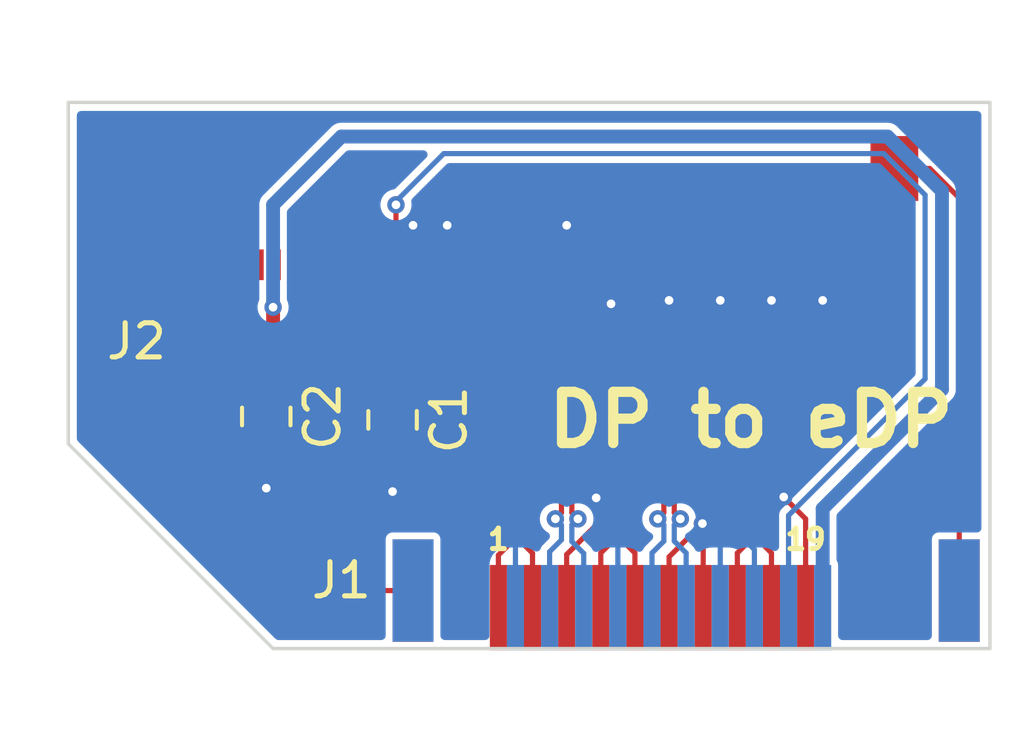
<source format=kicad_pcb>
(kicad_pcb (version 20171130) (host pcbnew "(5.1.6)-1")

  (general
    (thickness 1.6002)
    (drawings 6)
    (tracks 328)
    (zones 0)
    (modules 4)
    (nets 14)
  )

  (page A4)
  (layers
    (0 F.Cu signal)
    (31 B.Cu signal)
    (34 B.Paste user)
    (35 F.Paste user)
    (36 B.SilkS user)
    (37 F.SilkS user)
    (38 B.Mask user hide)
    (39 F.Mask user)
    (40 Dwgs.User user)
    (41 Cmts.User user)
    (44 Edge.Cuts user)
    (45 Margin user)
    (46 B.CrtYd user)
    (47 F.CrtYd user)
    (48 B.Fab user hide)
    (49 F.Fab user hide)
  )

  (setup
    (last_trace_width 0.1524)
    (user_trace_width 0.254)
    (user_trace_width 0.3048)
    (user_trace_width 0.4064)
    (user_trace_width 0.6096)
    (user_trace_width 0.8128)
    (user_trace_width 1.27)
    (user_trace_width 1.778)
    (trace_clearance 0.1524)
    (zone_clearance 0.2)
    (zone_45_only no)
    (trace_min 0.1524)
    (via_size 0.508)
    (via_drill 0.254)
    (via_min_size 0.508)
    (via_min_drill 0.254)
    (user_via 0.762 0.508)
    (user_via 0.889 0.635)
    (user_via 1.016 0.762)
    (user_via 1.143 0.889)
    (user_via 1.27 1.016)
    (user_via 1.524 1.143)
    (user_via 1.778 1.27)
    (user_via 2.032 1.397)
    (uvia_size 0.508)
    (uvia_drill 0.254)
    (uvias_allowed no)
    (uvia_min_size 0.2)
    (uvia_min_drill 0.1)
    (edge_width 0.15)
    (segment_width 0.2)
    (pcb_text_width 0.3)
    (pcb_text_size 1.5 1.5)
    (mod_edge_width 0.15)
    (mod_text_size 1 1)
    (mod_text_width 0.15)
    (pad_size 1.524 1.524)
    (pad_drill 0.762)
    (pad_to_mask_clearance 0.2)
    (aux_axis_origin 0 0)
    (visible_elements 7FFFFFFF)
    (pcbplotparams
      (layerselection 0x010fc_ffffffff)
      (usegerberextensions false)
      (usegerberattributes false)
      (usegerberadvancedattributes false)
      (creategerberjobfile false)
      (excludeedgelayer true)
      (linewidth 0.100000)
      (plotframeref false)
      (viasonmask false)
      (mode 1)
      (useauxorigin false)
      (hpglpennumber 1)
      (hpglpenspeed 20)
      (hpglpendiameter 15.000000)
      (psnegative false)
      (psa4output false)
      (plotreference true)
      (plotvalue true)
      (plotinvisibletext false)
      (padsonsilk false)
      (subtractmaskfromsilk false)
      (outputformat 1)
      (mirror false)
      (drillshape 1)
      (scaleselection 1)
      (outputdirectory ""))
  )

  (net 0 "")
  (net 1 /ML3_N)
  (net 2 GND)
  (net 3 /ML3_P)
  (net 4 /ML2_N)
  (net 5 /ML2_P)
  (net 6 /ML1_N)
  (net 7 /ML1_P)
  (net 8 /ML0_N)
  (net 9 /ML0_P)
  (net 10 /AUX_P)
  (net 11 /AUX_N)
  (net 12 /HPD)
  (net 13 +3V3)

  (net_class Default "This is the default net class."
    (clearance 0.1524)
    (trace_width 0.1524)
    (via_dia 0.508)
    (via_drill 0.254)
    (uvia_dia 0.508)
    (uvia_drill 0.254)
    (diff_pair_width 0.1524)
    (diff_pair_gap 0.1524)
    (add_net +3V3)
    (add_net /AUX_N)
    (add_net /AUX_P)
    (add_net /HPD)
    (add_net /ML0_N)
    (add_net /ML0_P)
    (add_net /ML1_N)
    (add_net /ML1_P)
    (add_net /ML2_N)
    (add_net /ML2_P)
    (add_net /ML3_N)
    (add_net /ML3_P)
    (add_net GND)
  )

  (module Custom_footprints:Displayport_male_PCB (layer F.Cu) (tedit 5F3DD7A0) (tstamp 5F3E24E9)
    (at 119.6 89.8 180)
    (path /5F426E49)
    (zone_connect 0)
    (fp_text reference J1 (at 9.6 0.8) (layer F.SilkS)
      (effects (font (size 1 1) (thickness 0.15)))
    )
    (fp_text value Conn_01x20_Male (at 0 -5.4) (layer F.Fab)
      (effects (font (size 1 1) (thickness 0.15)))
    )
    (fp_text user 19 (at -4 2 180) (layer F.SilkS)
      (effects (font (size 0.6 0.6) (thickness 0.15)))
    )
    (fp_text user 1 (at 5 2 180) (layer F.SilkS)
      (effects (font (size 0.6 0.6) (thickness 0.15)))
    )
    (pad "" smd rect (at -8.5 0.5 180) (size 1.2 3) (layers B.Cu B.Paste B.Mask)
      (zone_connect 0))
    (pad "" smd rect (at 7.5 0.5 180) (size 1.2 3) (layers B.Cu B.Paste B.Mask)
      (zone_connect 0))
    (pad "" smd rect (at -8.5 0.5 180) (size 1.2 3) (layers F.Cu F.Paste F.Mask)
      (zone_connect 0))
    (pad "" smd rect (at 7.5 0.5 180) (size 1.2 3) (layers F.Cu F.Paste F.Mask)
      (zone_connect 0))
    (pad 20 smd rect (at -4.5 0 180) (size 0.5 2.5) (layers B.Cu B.Paste B.Mask)
      (net 13 +3V3) (zone_connect 0))
    (pad 19 smd rect (at -4 0 180) (size 0.5 2.5) (layers F.Cu F.Paste F.Mask)
      (net 2 GND) (zone_connect 0))
    (pad 18 smd rect (at -3.5 0 180) (size 0.5 2.5) (layers B.Cu B.Paste B.Mask)
      (net 12 /HPD) (zone_connect 0))
    (pad 17 smd rect (at -3 0 180) (size 0.5 2.5) (layers F.Cu F.Paste F.Mask)
      (net 11 /AUX_N) (zone_connect 0))
    (pad 16 smd rect (at -2.5 0 180) (size 0.5 2.5) (layers B.Cu B.Paste B.Mask)
      (net 2 GND) (zone_connect 0))
    (pad 15 smd rect (at -2 0 180) (size 0.5 2.5) (layers F.Cu F.Paste F.Mask)
      (net 10 /AUX_P) (zone_connect 0))
    (pad 14 smd rect (at -1.5 0 180) (size 0.5 2.5) (layers B.Cu B.Paste B.Mask)
      (net 2 GND) (zone_connect 0))
    (pad 13 smd rect (at -1 0 180) (size 0.5 2.5) (layers F.Cu F.Paste F.Mask)
      (net 2 GND) (zone_connect 0))
    (pad 12 smd rect (at -0.5 0 180) (size 0.5 2.5) (layers B.Cu B.Paste B.Mask)
      (net 1 /ML3_N) (zone_connect 0))
    (pad 11 smd rect (at 0 0 180) (size 0.5 2.5) (layers F.Cu F.Paste F.Mask)
      (net 2 GND) (zone_connect 0))
    (pad 10 smd rect (at 0.5 0 180) (size 0.5 2.5) (layers B.Cu B.Paste B.Mask)
      (net 3 /ML3_P) (zone_connect 0))
    (pad 9 smd rect (at 1 0 180) (size 0.5 2.5) (layers F.Cu F.Paste F.Mask)
      (net 4 /ML2_N) (zone_connect 0))
    (pad 8 smd rect (at 1.5 0 180) (size 0.5 2.5) (layers B.Cu B.Paste B.Mask)
      (net 2 GND) (zone_connect 0))
    (pad 7 smd rect (at 2 0 180) (size 0.5 2.5) (layers F.Cu F.Paste F.Mask)
      (net 5 /ML2_P) (zone_connect 0))
    (pad 6 smd rect (at 2.5 0 180) (size 0.5 2.5) (layers B.Cu B.Paste B.Mask)
      (net 6 /ML1_N) (zone_connect 0))
    (pad 5 smd rect (at 3 0 180) (size 0.5 2.5) (layers F.Cu F.Paste F.Mask)
      (net 2 GND) (zone_connect 0))
    (pad 4 smd rect (at 3.5 0 180) (size 0.5 2.5) (layers B.Cu B.Paste B.Mask)
      (net 7 /ML1_P) (zone_connect 0))
    (pad 3 smd rect (at 4 0 180) (size 0.5 2.5) (layers F.Cu F.Paste F.Mask)
      (net 8 /ML0_N) (zone_connect 0))
    (pad 2 smd rect (at 4.5 0 180) (size 0.5 2.5) (layers B.Cu B.Paste B.Mask)
      (net 2 GND) (zone_connect 0))
    (pad 1 smd rect (at 5 0 180) (size 0.5 2.5) (layers F.Cu F.Paste F.Mask)
      (net 9 /ML0_P) (zone_connect 0))
  )

  (module "Mouser:20455-040E-12(IPEX)" (layer F.Cu) (tedit 5F308351) (tstamp 5F30F574)
    (at 114.85 79.756 180)
    (path /5F30E34B)
    (fp_text reference J2 (at 10.85 -2.244) (layer F.SilkS)
      (effects (font (size 1 1) (thickness 0.15)))
    )
    (fp_text value Conn_01x40 (at 0 -0.5) (layer F.Fab)
      (effects (font (size 1 1) (thickness 0.15)))
    )
    (pad 1 smd rect (at -9.75 0 180) (size 0.25 0.9) (layers F.Cu F.Paste F.Mask))
    (pad 2 smd rect (at -9.25 0 180) (size 0.25 0.9) (layers F.Cu F.Paste F.Mask)
      (net 2 GND))
    (pad 3 smd rect (at -8.75 0 180) (size 0.25 0.9) (layers F.Cu F.Paste F.Mask)
      (net 1 /ML3_N))
    (pad 4 smd rect (at -8.25 0 180) (size 0.25 0.9) (layers F.Cu F.Paste F.Mask)
      (net 3 /ML3_P))
    (pad 5 smd rect (at -7.75 0 180) (size 0.25 0.9) (layers F.Cu F.Paste F.Mask)
      (net 2 GND))
    (pad 6 smd rect (at -7.25 0 180) (size 0.25 0.9) (layers F.Cu F.Paste F.Mask)
      (net 4 /ML2_N))
    (pad 7 smd rect (at -6.75 0 180) (size 0.25 0.9) (layers F.Cu F.Paste F.Mask)
      (net 5 /ML2_P))
    (pad 8 smd rect (at -6.25 0 180) (size 0.25 0.9) (layers F.Cu F.Paste F.Mask)
      (net 2 GND))
    (pad 9 smd rect (at -5.75 0 180) (size 0.25 0.9) (layers F.Cu F.Paste F.Mask)
      (net 6 /ML1_N))
    (pad 10 smd rect (at -5.25 0 180) (size 0.25 0.9) (layers F.Cu F.Paste F.Mask)
      (net 7 /ML1_P))
    (pad 11 smd rect (at -4.75 0 180) (size 0.25 0.9) (layers F.Cu F.Paste F.Mask)
      (net 2 GND))
    (pad 12 smd rect (at -4.25 0 180) (size 0.25 0.9) (layers F.Cu F.Paste F.Mask)
      (net 8 /ML0_N))
    (pad 13 smd rect (at -3.75 0 180) (size 0.25 0.9) (layers F.Cu F.Paste F.Mask)
      (net 9 /ML0_P))
    (pad 14 smd rect (at -3.25 0 180) (size 0.25 0.9) (layers F.Cu F.Paste F.Mask)
      (net 2 GND))
    (pad 15 smd rect (at -2.75 0 180) (size 0.25 0.9) (layers F.Cu F.Paste F.Mask)
      (net 10 /AUX_P))
    (pad 16 smd rect (at -2.25 0 180) (size 0.25 0.9) (layers F.Cu F.Paste F.Mask)
      (net 11 /AUX_N))
    (pad 17 smd rect (at -1.75 0 180) (size 0.25 0.9) (layers F.Cu F.Paste F.Mask)
      (net 2 GND))
    (pad 18 smd rect (at -1.25 0 180) (size 0.25 0.9) (layers F.Cu F.Paste F.Mask)
      (net 13 +3V3))
    (pad 19 smd rect (at -0.75 0 180) (size 0.25 0.9) (layers F.Cu F.Paste F.Mask)
      (net 13 +3V3))
    (pad 20 smd rect (at -0.25 0 180) (size 0.25 0.9) (layers F.Cu F.Paste F.Mask)
      (net 13 +3V3))
    (pad 21 smd rect (at 0.25 0 180) (size 0.25 0.9) (layers F.Cu F.Paste F.Mask)
      (net 13 +3V3))
    (pad 22 smd rect (at 0.75 0 180) (size 0.25 0.9) (layers F.Cu F.Paste F.Mask))
    (pad 23 smd rect (at 1.25 0 180) (size 0.25 0.9) (layers F.Cu F.Paste F.Mask)
      (net 2 GND))
    (pad 24 smd rect (at 1.75 0 180) (size 0.25 0.9) (layers F.Cu F.Paste F.Mask)
      (net 2 GND))
    (pad 25 smd rect (at 2.25 0 180) (size 0.25 0.9) (layers F.Cu F.Paste F.Mask)
      (net 2 GND))
    (pad 26 smd rect (at 2.75 0 180) (size 0.25 0.9) (layers F.Cu F.Paste F.Mask)
      (net 2 GND))
    (pad 27 smd rect (at 3.25 0 180) (size 0.25 0.9) (layers F.Cu F.Paste F.Mask)
      (net 12 /HPD))
    (pad 28 smd rect (at 3.75 0 180) (size 0.25 0.9) (layers F.Cu F.Paste F.Mask))
    (pad 29 smd rect (at 4.25 0 180) (size 0.25 0.9) (layers F.Cu F.Paste F.Mask))
    (pad 30 smd rect (at 4.75 0 180) (size 0.25 0.9) (layers F.Cu F.Paste F.Mask))
    (pad 31 smd rect (at 5.25 0 180) (size 0.25 0.9) (layers F.Cu F.Paste F.Mask))
    (pad 32 smd rect (at 5.75 0 180) (size 0.25 0.9) (layers F.Cu F.Paste F.Mask))
    (pad 33 smd rect (at 6.25 0 180) (size 0.25 0.9) (layers F.Cu F.Paste F.Mask))
    (pad 34 smd rect (at 6.75 0 180) (size 0.25 0.9) (layers F.Cu F.Paste F.Mask))
    (pad 35 smd rect (at 7.25 0 180) (size 0.25 0.9) (layers F.Cu F.Paste F.Mask))
    (pad 36 smd rect (at 7.75 0 180) (size 0.25 0.9) (layers F.Cu F.Paste F.Mask))
    (pad 37 smd rect (at 8.25 0 180) (size 0.25 0.9) (layers F.Cu F.Paste F.Mask))
    (pad 38 smd rect (at 8.75 0 180) (size 0.25 0.9) (layers F.Cu F.Paste F.Mask))
    (pad 39 smd rect (at 9.25 0 180) (size 0.25 0.9) (layers F.Cu F.Paste F.Mask))
    (pad 40 smd rect (at 9.75 0 180) (size 0.25 0.9) (layers F.Cu F.Paste F.Mask))
    (pad "" smd rect (at -10.75 0 180) (size 0.55 0.9) (layers F.Cu F.Paste F.Mask))
    (pad "" smd rect (at 10.75 0 180) (size 0.55 0.9) (layers F.Cu F.Paste F.Mask))
    (pad "" smd rect (at 11.35 2.82 180) (size 1.4 1.9) (layers F.Cu F.Paste F.Mask))
    (pad "" smd rect (at -11.35 2.82 180) (size 1.4 1.9) (layers F.Cu F.Paste F.Mask))
  )

  (module Capacitor_SMD:C_0805_2012Metric (layer F.Cu) (tedit 5B36C52B) (tstamp 5F3E24BE)
    (at 111.5 84.3 270)
    (descr "Capacitor SMD 0805 (2012 Metric), square (rectangular) end terminal, IPC_7351 nominal, (Body size source: https://docs.google.com/spreadsheets/d/1BsfQQcO9C6DZCsRaXUlFlo91Tg2WpOkGARC1WS5S8t0/edit?usp=sharing), generated with kicad-footprint-generator")
    (tags capacitor)
    (path /5F42E78E)
    (attr smd)
    (fp_text reference C1 (at 0 -1.65 90) (layer F.SilkS)
      (effects (font (size 1 1) (thickness 0.15)))
    )
    (fp_text value 1u (at 0 1.65 90) (layer F.Fab)
      (effects (font (size 1 1) (thickness 0.15)))
    )
    (fp_line (start 1.68 0.95) (end -1.68 0.95) (layer F.CrtYd) (width 0.05))
    (fp_line (start 1.68 -0.95) (end 1.68 0.95) (layer F.CrtYd) (width 0.05))
    (fp_line (start -1.68 -0.95) (end 1.68 -0.95) (layer F.CrtYd) (width 0.05))
    (fp_line (start -1.68 0.95) (end -1.68 -0.95) (layer F.CrtYd) (width 0.05))
    (fp_line (start -0.258578 0.71) (end 0.258578 0.71) (layer F.SilkS) (width 0.12))
    (fp_line (start -0.258578 -0.71) (end 0.258578 -0.71) (layer F.SilkS) (width 0.12))
    (fp_line (start 1 0.6) (end -1 0.6) (layer F.Fab) (width 0.1))
    (fp_line (start 1 -0.6) (end 1 0.6) (layer F.Fab) (width 0.1))
    (fp_line (start -1 -0.6) (end 1 -0.6) (layer F.Fab) (width 0.1))
    (fp_line (start -1 0.6) (end -1 -0.6) (layer F.Fab) (width 0.1))
    (fp_text user %R (at 0 0 90) (layer F.Fab)
      (effects (font (size 0.5 0.5) (thickness 0.08)))
    )
    (pad 1 smd roundrect (at -0.9375 0 270) (size 0.975 1.4) (layers F.Cu F.Paste F.Mask) (roundrect_rratio 0.25)
      (net 13 +3V3))
    (pad 2 smd roundrect (at 0.9375 0 270) (size 0.975 1.4) (layers F.Cu F.Paste F.Mask) (roundrect_rratio 0.25)
      (net 2 GND))
    (model ${KISYS3DMOD}/Capacitor_SMD.3dshapes/C_0805_2012Metric.wrl
      (at (xyz 0 0 0))
      (scale (xyz 1 1 1))
      (rotate (xyz 0 0 0))
    )
  )

  (module Capacitor_SMD:C_0805_2012Metric (layer F.Cu) (tedit 5B36C52B) (tstamp 5F3E24CF)
    (at 107.8 84.2 270)
    (descr "Capacitor SMD 0805 (2012 Metric), square (rectangular) end terminal, IPC_7351 nominal, (Body size source: https://docs.google.com/spreadsheets/d/1BsfQQcO9C6DZCsRaXUlFlo91Tg2WpOkGARC1WS5S8t0/edit?usp=sharing), generated with kicad-footprint-generator")
    (tags capacitor)
    (path /5F42F97A)
    (attr smd)
    (fp_text reference C2 (at 0 -1.65 90) (layer F.SilkS)
      (effects (font (size 1 1) (thickness 0.15)))
    )
    (fp_text value 1u (at 0 1.65 90) (layer F.Fab)
      (effects (font (size 1 1) (thickness 0.15)))
    )
    (fp_text user %R (at 0 0 90) (layer F.Fab)
      (effects (font (size 0.5 0.5) (thickness 0.08)))
    )
    (fp_line (start -1 0.6) (end -1 -0.6) (layer F.Fab) (width 0.1))
    (fp_line (start -1 -0.6) (end 1 -0.6) (layer F.Fab) (width 0.1))
    (fp_line (start 1 -0.6) (end 1 0.6) (layer F.Fab) (width 0.1))
    (fp_line (start 1 0.6) (end -1 0.6) (layer F.Fab) (width 0.1))
    (fp_line (start -0.258578 -0.71) (end 0.258578 -0.71) (layer F.SilkS) (width 0.12))
    (fp_line (start -0.258578 0.71) (end 0.258578 0.71) (layer F.SilkS) (width 0.12))
    (fp_line (start -1.68 0.95) (end -1.68 -0.95) (layer F.CrtYd) (width 0.05))
    (fp_line (start -1.68 -0.95) (end 1.68 -0.95) (layer F.CrtYd) (width 0.05))
    (fp_line (start 1.68 -0.95) (end 1.68 0.95) (layer F.CrtYd) (width 0.05))
    (fp_line (start 1.68 0.95) (end -1.68 0.95) (layer F.CrtYd) (width 0.05))
    (pad 2 smd roundrect (at 0.9375 0 270) (size 0.975 1.4) (layers F.Cu F.Paste F.Mask) (roundrect_rratio 0.25)
      (net 2 GND))
    (pad 1 smd roundrect (at -0.9375 0 270) (size 0.975 1.4) (layers F.Cu F.Paste F.Mask) (roundrect_rratio 0.25)
      (net 13 +3V3))
    (model ${KISYS3DMOD}/Capacitor_SMD.3dshapes/C_0805_2012Metric.wrl
      (at (xyz 0 0 0))
      (scale (xyz 1 1 1))
      (rotate (xyz 0 0 0))
    )
  )

  (gr_text "DP to eDP" (at 122 84.3) (layer F.SilkS)
    (effects (font (size 1.5 1.5) (thickness 0.3)))
  )
  (gr_line (start 108 91) (end 102 85) (layer Edge.Cuts) (width 0.1) (tstamp 5F3E2984))
  (gr_line (start 129 75) (end 129 91) (layer Edge.Cuts) (width 0.1) (tstamp 5F3E3176))
  (gr_line (start 102 75) (end 129 75) (layer Edge.Cuts) (width 0.1))
  (gr_line (start 102 85) (end 102 75) (layer Edge.Cuts) (width 0.1))
  (gr_line (start 129 91) (end 108 91) (layer Edge.Cuts) (width 0.1))

  (segment (start 128.1 89.3) (end 128.1 77.8) (width 0.1524) (layer F.Cu) (net 0))
  (segment (start 127.236 76.936) (end 126.2 76.936) (width 0.1524) (layer F.Cu) (net 0))
  (segment (start 128.1 77.8) (end 127.236 76.936) (width 0.1524) (layer F.Cu) (net 0))
  (segment (start 112.1 89.3) (end 109.2 89.3) (width 0.1524) (layer F.Cu) (net 0))
  (segment (start 104.1 84.2) (end 104.1 79.756) (width 0.1524) (layer F.Cu) (net 0))
  (segment (start 109.2 89.3) (end 104.1 84.2) (width 0.1524) (layer F.Cu) (net 0))
  (via (at 119.9302 87.2) (size 0.508) (drill 0.254) (layers F.Cu B.Cu) (net 1))
  (segment (start 123.6 80.431001) (end 123.6 79.756) (width 0.1524) (layer F.Cu) (net 1))
  (segment (start 119.7524 85.863128) (end 123.5024 82.113128) (width 0.1524) (layer F.Cu) (net 1))
  (segment (start 119.7524 87.0222) (end 119.7524 85.863128) (width 0.1524) (layer F.Cu) (net 1))
  (segment (start 119.9302 87.2) (end 119.7524 87.0222) (width 0.1524) (layer F.Cu) (net 1))
  (segment (start 123.5024 82.113128) (end 123.5024 80.528601) (width 0.1524) (layer F.Cu) (net 1))
  (segment (start 123.5024 80.528601) (end 123.6 80.431001) (width 0.1524) (layer F.Cu) (net 1))
  (segment (start 120.1 88.2) (end 120.1 89.8) (width 0.1524) (layer B.Cu) (net 1))
  (segment (start 119.7524 87.8524) (end 120.1 88.2) (width 0.1524) (layer B.Cu) (net 1))
  (segment (start 119.9302 87.2) (end 119.7524 87.3778) (width 0.1524) (layer B.Cu) (net 1))
  (segment (start 119.7524 87.3778) (end 119.7524 87.8524) (width 0.1524) (layer B.Cu) (net 1))
  (via (at 112.1 78.6) (size 0.508) (drill 0.254) (layers F.Cu B.Cu) (net 2))
  (segment (start 112.1 79.756) (end 112.1 78.6) (width 0.1524) (layer F.Cu) (net 2))
  (via (at 113.1 78.6) (size 0.508) (drill 0.254) (layers F.Cu B.Cu) (net 2))
  (segment (start 113.1 79.756) (end 113.1 78.6) (width 0.1524) (layer F.Cu) (net 2))
  (via (at 116.6 78.6) (size 0.508) (drill 0.254) (layers F.Cu B.Cu) (net 2))
  (segment (start 116.6 79.756) (end 116.6 78.6) (width 0.1524) (layer F.Cu) (net 2))
  (via (at 117.9 80.9) (size 0.508) (drill 0.254) (layers F.Cu B.Cu) (net 2))
  (segment (start 118.1 79.756) (end 118.1 80.7) (width 0.1524) (layer F.Cu) (net 2))
  (segment (start 118.1 80.7) (end 117.9 80.9) (width 0.1524) (layer F.Cu) (net 2))
  (via (at 119.6 80.8) (size 0.508) (drill 0.254) (layers F.Cu B.Cu) (net 2))
  (segment (start 119.6 79.756) (end 119.6 80.8) (width 0.1524) (layer F.Cu) (net 2))
  (via (at 122.6 80.8) (size 0.508) (drill 0.254) (layers F.Cu B.Cu) (net 2))
  (segment (start 122.6 79.756) (end 122.6 80.8) (width 0.1524) (layer F.Cu) (net 2))
  (via (at 124.1 80.8) (size 0.508) (drill 0.254) (layers F.Cu B.Cu) (net 2))
  (segment (start 124.1 79.756) (end 124.1 80.8) (width 0.1524) (layer F.Cu) (net 2))
  (via (at 111.5 86.4) (size 0.508) (drill 0.254) (layers F.Cu B.Cu) (net 2))
  (segment (start 111.5 85.2375) (end 111.5 86.4) (width 0.1524) (layer F.Cu) (net 2))
  (via (at 107.8 86.3) (size 0.508) (drill 0.254) (layers F.Cu B.Cu) (net 2))
  (segment (start 107.8 85.1375) (end 107.8 86.3) (width 0.1524) (layer F.Cu) (net 2))
  (via (at 120.576132 87.33749) (size 0.508) (drill 0.254) (layers F.Cu B.Cu) (net 2))
  (segment (start 119.6 89.8) (end 119.6 88.313622) (width 0.1524) (layer F.Cu) (net 2))
  (segment (start 119.6 88.313622) (end 120.576132 87.33749) (width 0.1524) (layer F.Cu) (net 2))
  (segment (start 120.6 87.361358) (end 120.576132 87.33749) (width 0.1524) (layer F.Cu) (net 2))
  (segment (start 120.6 89.8) (end 120.6 87.361358) (width 0.1524) (layer F.Cu) (net 2))
  (via (at 122.95875 86.55875) (size 0.508) (drill 0.254) (layers F.Cu B.Cu) (net 2))
  (segment (start 123.6 89.8) (end 123.6 87.2) (width 0.1524) (layer F.Cu) (net 2))
  (segment (start 123.6 87.2) (end 122.95875 86.55875) (width 0.1524) (layer F.Cu) (net 2))
  (segment (start 116.6 88.24445) (end 117.465 87.37945) (width 0.1524) (layer F.Cu) (net 2))
  (segment (start 116.6 89.8) (end 116.6 88.24445) (width 0.1524) (layer F.Cu) (net 2))
  (segment (start 117.465 87.37945) (end 117.465 86.585642) (width 0.1524) (layer F.Cu) (net 2))
  (via (at 117.465 86.585642) (size 0.508) (drill 0.254) (layers F.Cu B.Cu) (net 2))
  (via (at 121.1 80.8) (size 0.508) (drill 0.254) (layers F.Cu B.Cu) (net 2))
  (segment (start 121.1 79.756) (end 121.1 80.8) (width 0.1524) (layer F.Cu) (net 2))
  (segment (start 112.6 79.1) (end 112.1 78.6) (width 0.1524) (layer F.Cu) (net 2))
  (segment (start 112.6 79.756) (end 112.6 79.1) (width 0.1524) (layer F.Cu) (net 2))
  (segment (start 113.6 79.1) (end 113.1 78.6) (width 0.1524) (layer F.Cu) (net 2))
  (segment (start 113.6 79.756) (end 113.6 79.1) (width 0.1524) (layer F.Cu) (net 2))
  (segment (start 122.1 89.8) (end 122.1 88.1) (width 0.1524) (layer B.Cu) (net 2))
  (segment (start 121.33749 87.33749) (end 120.576132 87.33749) (width 0.1524) (layer B.Cu) (net 2))
  (segment (start 122.1 88.1) (end 121.33749 87.33749) (width 0.1524) (layer B.Cu) (net 2))
  (segment (start 121.1 87.57498) (end 121.33749 87.33749) (width 0.1524) (layer B.Cu) (net 2))
  (segment (start 121.1 89.8) (end 121.1 87.57498) (width 0.1524) (layer B.Cu) (net 2))
  (segment (start 118.1 87.220642) (end 117.465 86.585642) (width 0.1524) (layer B.Cu) (net 2))
  (segment (start 118.1 89.8) (end 118.1 87.220642) (width 0.1524) (layer B.Cu) (net 2))
  (segment (start 115.1 89.8) (end 115.1 87.1) (width 0.1524) (layer B.Cu) (net 2))
  (segment (start 115.614358 86.585642) (end 117.465 86.585642) (width 0.1524) (layer B.Cu) (net 2))
  (segment (start 115.1 87.1) (end 115.614358 86.585642) (width 0.1524) (layer B.Cu) (net 2))
  (via (at 119.2698 87.2) (size 0.508) (drill 0.254) (layers F.Cu B.Cu) (net 3))
  (segment (start 119.4476 87.0222) (end 119.2698 87.2) (width 0.1524) (layer F.Cu) (net 3))
  (segment (start 119.4476 85.736872) (end 119.4476 87.0222) (width 0.1524) (layer F.Cu) (net 3))
  (segment (start 121.784093 83.400379) (end 119.4476 85.736872) (width 0.1524) (layer F.Cu) (net 3))
  (segment (start 122.484474 82.699995) (end 121.784093 83.400379) (width 0.1524) (layer F.Cu) (net 3))
  (segment (start 122.50259 82.677279) (end 122.484474 82.699995) (width 0.1524) (layer F.Cu) (net 3))
  (segment (start 122.515196 82.651101) (end 122.50259 82.677279) (width 0.1524) (layer F.Cu) (net 3))
  (segment (start 122.515196 82.565393) (end 122.521662 82.59372) (width 0.1524) (layer F.Cu) (net 3))
  (segment (start 122.466359 82.493782) (end 122.50259 82.539215) (width 0.1524) (layer F.Cu) (net 3))
  (segment (start 122.453752 82.467605) (end 122.466359 82.493782) (width 0.1524) (layer F.Cu) (net 3))
  (segment (start 122.931456 82.110351) (end 122.886023 82.074119) (width 0.1524) (layer F.Cu) (net 3))
  (segment (start 122.957634 82.122957) (end 122.931456 82.110351) (width 0.1524) (layer F.Cu) (net 3))
  (segment (start 122.98596 82.129423) (end 122.957634 82.122957) (width 0.1524) (layer F.Cu) (net 3))
  (segment (start 123.043342 82.122957) (end 123.015015 82.129423) (width 0.1524) (layer F.Cu) (net 3))
  (segment (start 123.1 80.431001) (end 123.1976 80.528601) (width 0.1524) (layer F.Cu) (net 3))
  (segment (start 122.831518 82.055047) (end 122.802463 82.055047) (width 0.1524) (layer F.Cu) (net 3))
  (segment (start 122.521662 82.622775) (end 122.515196 82.651101) (width 0.1524) (layer F.Cu) (net 3))
  (segment (start 122.447287 82.439278) (end 122.453752 82.467605) (width 0.1524) (layer F.Cu) (net 3))
  (segment (start 122.521662 82.59372) (end 122.521662 82.622775) (width 0.1524) (layer F.Cu) (net 3))
  (segment (start 123.015015 82.129423) (end 122.98596 82.129423) (width 0.1524) (layer F.Cu) (net 3))
  (segment (start 122.747959 82.074119) (end 122.725243 82.092235) (width 0.1524) (layer F.Cu) (net 3))
  (segment (start 122.774137 82.061513) (end 122.747959 82.074119) (width 0.1524) (layer F.Cu) (net 3))
  (segment (start 123.1976 80.528601) (end 123.1976 81.986872) (width 0.1524) (layer F.Cu) (net 3))
  (segment (start 123.1976 81.986872) (end 123.092236 82.092236) (width 0.1524) (layer F.Cu) (net 3))
  (segment (start 123.069519 82.110351) (end 123.043342 82.122957) (width 0.1524) (layer F.Cu) (net 3))
  (segment (start 122.886023 82.074119) (end 122.859845 82.061513) (width 0.1524) (layer F.Cu) (net 3))
  (segment (start 123.1 79.756) (end 123.1 80.431001) (width 0.1524) (layer F.Cu) (net 3))
  (segment (start 122.859845 82.061513) (end 122.831518 82.055047) (width 0.1524) (layer F.Cu) (net 3))
  (segment (start 122.802463 82.055047) (end 122.774137 82.061513) (width 0.1524) (layer F.Cu) (net 3))
  (segment (start 122.725243 82.092235) (end 122.484474 82.333003) (width 0.1524) (layer F.Cu) (net 3))
  (segment (start 123.092236 82.092236) (end 123.069519 82.110351) (width 0.1524) (layer F.Cu) (net 3))
  (segment (start 122.466359 82.355719) (end 122.453752 82.381897) (width 0.1524) (layer F.Cu) (net 3))
  (segment (start 122.50259 82.539215) (end 122.515196 82.565393) (width 0.1524) (layer F.Cu) (net 3))
  (segment (start 122.484474 82.333003) (end 122.466359 82.355719) (width 0.1524) (layer F.Cu) (net 3))
  (segment (start 122.453752 82.381897) (end 122.447287 82.410223) (width 0.1524) (layer F.Cu) (net 3))
  (segment (start 122.447287 82.410223) (end 122.447287 82.439278) (width 0.1524) (layer F.Cu) (net 3))
  (segment (start 119.1 88.2) (end 119.1 89.8) (width 0.1524) (layer B.Cu) (net 3))
  (segment (start 119.4476 87.8524) (end 119.1 88.2) (width 0.1524) (layer B.Cu) (net 3))
  (segment (start 119.2698 87.2) (end 119.4476 87.3778) (width 0.1524) (layer B.Cu) (net 3))
  (segment (start 119.4476 87.3778) (end 119.4476 87.8524) (width 0.1524) (layer B.Cu) (net 3))
  (segment (start 122.1 80.431001) (end 122.0024 80.528601) (width 0.1524) (layer F.Cu) (net 4))
  (segment (start 122.0024 81.613128) (end 118.2524 85.363128) (width 0.1524) (layer F.Cu) (net 4))
  (segment (start 118.6 88.2) (end 118.6 89.8) (width 0.1524) (layer F.Cu) (net 4))
  (segment (start 122.1 79.756) (end 122.1 80.431001) (width 0.1524) (layer F.Cu) (net 4))
  (segment (start 122.0024 80.528601) (end 122.0024 81.613128) (width 0.1524) (layer F.Cu) (net 4))
  (segment (start 118.2524 87.8524) (end 118.6 88.2) (width 0.1524) (layer F.Cu) (net 4))
  (segment (start 118.2524 85.363128) (end 118.2524 87.8524) (width 0.1524) (layer F.Cu) (net 4))
  (segment (start 117.6 88.2) (end 117.6 89.8) (width 0.1524) (layer F.Cu) (net 5))
  (segment (start 117.9476 87.8524) (end 117.6 88.2) (width 0.1524) (layer F.Cu) (net 5))
  (segment (start 117.9476 85.236872) (end 117.9476 87.8524) (width 0.1524) (layer F.Cu) (net 5))
  (segment (start 119.984093 83.200379) (end 117.9476 85.236872) (width 0.1524) (layer F.Cu) (net 5))
  (segment (start 120.699763 82.484706) (end 119.984093 83.200379) (width 0.1524) (layer F.Cu) (net 5))
  (segment (start 120.716369 82.463882) (end 120.699763 82.484706) (width 0.1524) (layer F.Cu) (net 5))
  (segment (start 120.733852 82.387285) (end 120.733852 82.41392) (width 0.1524) (layer F.Cu) (net 5))
  (segment (start 120.727925 82.361319) (end 120.733852 82.387285) (width 0.1524) (layer F.Cu) (net 5))
  (segment (start 120.683157 82.295675) (end 120.716369 82.337323) (width 0.1524) (layer F.Cu) (net 5))
  (segment (start 120.727925 82.439886) (end 120.716369 82.463882) (width 0.1524) (layer F.Cu) (net 5))
  (segment (start 121.144852 81.908842) (end 121.103204 81.875629) (width 0.1524) (layer F.Cu) (net 5))
  (segment (start 120.716369 82.337323) (end 120.727925 82.361319) (width 0.1524) (layer F.Cu) (net 5))
  (segment (start 121.168849 81.920398) (end 121.144852 81.908842) (width 0.1524) (layer F.Cu) (net 5))
  (segment (start 120.671601 82.193112) (end 120.665674 82.219078) (width 0.1524) (layer F.Cu) (net 5))
  (segment (start 121.221449 81.926324) (end 121.194815 81.926324) (width 0.1524) (layer F.Cu) (net 5))
  (segment (start 120.665674 82.219078) (end 120.665674 82.245712) (width 0.1524) (layer F.Cu) (net 5))
  (segment (start 120.733852 82.41392) (end 120.727925 82.439886) (width 0.1524) (layer F.Cu) (net 5))
  (segment (start 121.247416 81.920398) (end 121.221449 81.926324) (width 0.1524) (layer F.Cu) (net 5))
  (segment (start 121.271412 81.908842) (end 121.247416 81.920398) (width 0.1524) (layer F.Cu) (net 5))
  (segment (start 121.6 80.431001) (end 121.6976 80.528601) (width 0.1524) (layer F.Cu) (net 5))
  (segment (start 121.6 79.756) (end 121.6 80.431001) (width 0.1524) (layer F.Cu) (net 5))
  (segment (start 120.671601 82.271679) (end 120.683157 82.295675) (width 0.1524) (layer F.Cu) (net 5))
  (segment (start 121.292236 81.892236) (end 121.271412 81.908842) (width 0.1524) (layer F.Cu) (net 5))
  (segment (start 120.976645 81.875629) (end 120.955821 81.892235) (width 0.1524) (layer F.Cu) (net 5))
  (segment (start 121.6976 80.528601) (end 121.6976 81.486872) (width 0.1524) (layer F.Cu) (net 5))
  (segment (start 121.6976 81.486872) (end 121.292236 81.892236) (width 0.1524) (layer F.Cu) (net 5))
  (segment (start 121.194815 81.926324) (end 121.168849 81.920398) (width 0.1524) (layer F.Cu) (net 5))
  (segment (start 121.079208 81.864073) (end 121.053242 81.858146) (width 0.1524) (layer F.Cu) (net 5))
  (segment (start 121.103204 81.875629) (end 121.079208 81.864073) (width 0.1524) (layer F.Cu) (net 5))
  (segment (start 121.053242 81.858146) (end 121.026607 81.858146) (width 0.1524) (layer F.Cu) (net 5))
  (segment (start 121.026607 81.858146) (end 121.000641 81.864073) (width 0.1524) (layer F.Cu) (net 5))
  (segment (start 120.699763 82.148292) (end 120.683157 82.169115) (width 0.1524) (layer F.Cu) (net 5))
  (segment (start 121.000641 81.864073) (end 120.976645 81.875629) (width 0.1524) (layer F.Cu) (net 5))
  (segment (start 120.683157 82.169115) (end 120.671601 82.193112) (width 0.1524) (layer F.Cu) (net 5))
  (segment (start 120.955821 81.892235) (end 120.699763 82.148292) (width 0.1524) (layer F.Cu) (net 5))
  (segment (start 120.665674 82.245712) (end 120.671601 82.271679) (width 0.1524) (layer F.Cu) (net 5))
  (via (at 116.9302 87.2) (size 0.508) (drill 0.254) (layers F.Cu B.Cu) (net 6))
  (segment (start 120.6 80.431001) (end 120.6 79.756) (width 0.1524) (layer F.Cu) (net 6))
  (segment (start 116.7524 87.0222) (end 116.7524 85.163128) (width 0.1524) (layer F.Cu) (net 6))
  (segment (start 120.5024 80.528601) (end 120.6 80.431001) (width 0.1524) (layer F.Cu) (net 6))
  (segment (start 116.9302 87.2) (end 116.7524 87.0222) (width 0.1524) (layer F.Cu) (net 6))
  (segment (start 116.7524 85.163128) (end 120.5024 81.413128) (width 0.1524) (layer F.Cu) (net 6))
  (segment (start 120.5024 81.413128) (end 120.5024 80.528601) (width 0.1524) (layer F.Cu) (net 6))
  (segment (start 116.7524 87.3778) (end 116.9302 87.2) (width 0.1524) (layer B.Cu) (net 6))
  (segment (start 116.7524 87.864899) (end 116.7524 87.3778) (width 0.1524) (layer B.Cu) (net 6))
  (segment (start 117.1 89.8) (end 117.1 88.212499) (width 0.1524) (layer B.Cu) (net 6))
  (segment (start 117.1 88.212499) (end 116.7524 87.864899) (width 0.1524) (layer B.Cu) (net 6))
  (via (at 116.2698 87.2) (size 0.508) (drill 0.254) (layers F.Cu B.Cu) (net 7))
  (segment (start 120.1 80.431001) (end 120.1 79.756) (width 0.1524) (layer F.Cu) (net 7))
  (segment (start 120.1976 80.528601) (end 120.1 80.431001) (width 0.1524) (layer F.Cu) (net 7))
  (segment (start 120.1976 81.286872) (end 120.1976 80.528601) (width 0.1524) (layer F.Cu) (net 7))
  (segment (start 119.249999 82.234475) (end 120.1976 81.286872) (width 0.1524) (layer F.Cu) (net 7))
  (segment (start 119.201104 82.265198) (end 119.227281 82.252592) (width 0.1524) (layer F.Cu) (net 7))
  (segment (start 119.172777 82.271664) (end 119.201104 82.265198) (width 0.1524) (layer F.Cu) (net 7))
  (segment (start 119.066501 82.234475) (end 119.089217 82.252592) (width 0.1524) (layer F.Cu) (net 7))
  (segment (start 119.227281 82.252592) (end 119.249999 82.234475) (width 0.1524) (layer F.Cu) (net 7))
  (segment (start 119.043784 82.21636) (end 119.066501 82.234475) (width 0.1524) (layer F.Cu) (net 7))
  (segment (start 118.642235 82.65874) (end 118.624121 82.636023) (width 0.1524) (layer F.Cu) (net 7))
  (segment (start 118.642236 82.475242) (end 118.883003 82.234476) (width 0.1524) (layer F.Cu) (net 7))
  (segment (start 118.660352 82.681456) (end 118.642235 82.65874) (width 0.1524) (layer F.Cu) (net 7))
  (segment (start 118.672958 82.707635) (end 118.660352 82.681456) (width 0.1524) (layer F.Cu) (net 7))
  (segment (start 119.115396 82.265198) (end 119.143721 82.271664) (width 0.1524) (layer F.Cu) (net 7))
  (segment (start 118.960224 82.197288) (end 118.98928 82.197288) (width 0.1524) (layer F.Cu) (net 7))
  (segment (start 118.679424 82.73596) (end 118.672958 82.707635) (width 0.1524) (layer F.Cu) (net 7))
  (segment (start 116.4476 87.0222) (end 116.4476 85.036872) (width 0.1524) (layer F.Cu) (net 7))
  (segment (start 118.672958 82.793343) (end 118.679424 82.765016) (width 0.1524) (layer F.Cu) (net 7))
  (segment (start 116.2698 87.2) (end 116.4476 87.0222) (width 0.1524) (layer F.Cu) (net 7))
  (segment (start 119.143721 82.271664) (end 119.172777 82.271664) (width 0.1524) (layer F.Cu) (net 7))
  (segment (start 116.4476 85.036872) (end 118.642236 82.842236) (width 0.1524) (layer F.Cu) (net 7))
  (segment (start 118.98928 82.197288) (end 119.017605 82.203754) (width 0.1524) (layer F.Cu) (net 7))
  (segment (start 118.679424 82.765016) (end 118.679424 82.73596) (width 0.1524) (layer F.Cu) (net 7))
  (segment (start 118.642236 82.842236) (end 118.660352 82.81952) (width 0.1524) (layer F.Cu) (net 7))
  (segment (start 118.605049 82.552463) (end 118.611513 82.524138) (width 0.1524) (layer F.Cu) (net 7))
  (segment (start 118.660352 82.81952) (end 118.672958 82.793343) (width 0.1524) (layer F.Cu) (net 7))
  (segment (start 118.624121 82.636023) (end 118.611513 82.609846) (width 0.1524) (layer F.Cu) (net 7))
  (segment (start 118.883003 82.234476) (end 118.90572 82.21636) (width 0.1524) (layer F.Cu) (net 7))
  (segment (start 118.611513 82.609846) (end 118.605049 82.581519) (width 0.1524) (layer F.Cu) (net 7))
  (segment (start 119.089217 82.252592) (end 119.115396 82.265198) (width 0.1524) (layer F.Cu) (net 7))
  (segment (start 118.605049 82.581519) (end 118.605049 82.552463) (width 0.1524) (layer F.Cu) (net 7))
  (segment (start 118.611513 82.524138) (end 118.624121 82.497959) (width 0.1524) (layer F.Cu) (net 7))
  (segment (start 119.017605 82.203754) (end 119.043784 82.21636) (width 0.1524) (layer F.Cu) (net 7))
  (segment (start 118.931897 82.203754) (end 118.960224 82.197288) (width 0.1524) (layer F.Cu) (net 7))
  (segment (start 118.624121 82.497959) (end 118.642236 82.475242) (width 0.1524) (layer F.Cu) (net 7))
  (segment (start 118.90572 82.21636) (end 118.931897 82.203754) (width 0.1524) (layer F.Cu) (net 7))
  (segment (start 116.4476 87.3778) (end 116.2698 87.2) (width 0.1524) (layer B.Cu) (net 7))
  (segment (start 116.4476 87.8149) (end 116.4476 87.3778) (width 0.1524) (layer B.Cu) (net 7))
  (segment (start 116.1 89.8) (end 116.1 88.1625) (width 0.1524) (layer B.Cu) (net 7))
  (segment (start 116.1 88.1625) (end 116.4476 87.8149) (width 0.1524) (layer B.Cu) (net 7))
  (segment (start 115.6 88.206249) (end 115.6 89.8) (width 0.1524) (layer F.Cu) (net 8))
  (segment (start 115.2524 87.858649) (end 115.6 88.206249) (width 0.1524) (layer F.Cu) (net 8))
  (segment (start 119.1 80.431001) (end 119.0024 80.528601) (width 0.1524) (layer F.Cu) (net 8))
  (segment (start 119.1 79.756) (end 119.1 80.431001) (width 0.1524) (layer F.Cu) (net 8))
  (segment (start 119.0024 80.528601) (end 119.0024 81.113128) (width 0.1524) (layer F.Cu) (net 8))
  (segment (start 119.0024 81.113128) (end 115.2524 84.863128) (width 0.1524) (layer F.Cu) (net 8))
  (segment (start 115.2524 84.863128) (end 115.2524 87.858649) (width 0.1524) (layer F.Cu) (net 8))
  (segment (start 118.6976 80.528601) (end 118.6 80.431001) (width 0.1524) (layer F.Cu) (net 9))
  (segment (start 117.351104 82.315199) (end 117.377282 82.302593) (width 0.1524) (layer F.Cu) (net 9))
  (segment (start 117.293722 82.321665) (end 117.322778 82.321664) (width 0.1524) (layer F.Cu) (net 9))
  (segment (start 117.265396 82.315198) (end 117.293722 82.321665) (width 0.1524) (layer F.Cu) (net 9))
  (segment (start 117.167605 82.253754) (end 117.193784 82.26636) (width 0.1524) (layer F.Cu) (net 9))
  (segment (start 117.13928 82.247288) (end 117.167605 82.253754) (width 0.1524) (layer F.Cu) (net 9))
  (segment (start 117.216502 82.284476) (end 117.239218 82.302593) (width 0.1524) (layer F.Cu) (net 9))
  (segment (start 116.810352 82.731456) (end 116.792235 82.70874) (width 0.1524) (layer F.Cu) (net 9))
  (segment (start 116.822958 82.757635) (end 116.810352 82.731456) (width 0.1524) (layer F.Cu) (net 9))
  (segment (start 117.193784 82.26636) (end 117.216502 82.284476) (width 0.1524) (layer F.Cu) (net 9))
  (segment (start 116.829424 82.78596) (end 116.822958 82.757635) (width 0.1524) (layer F.Cu) (net 9))
  (segment (start 116.822958 82.843343) (end 116.829424 82.815016) (width 0.1524) (layer F.Cu) (net 9))
  (segment (start 116.810352 82.86952) (end 116.822958 82.843343) (width 0.1524) (layer F.Cu) (net 9))
  (segment (start 118.6 80.431001) (end 118.6 79.756) (width 0.1524) (layer F.Cu) (net 9))
  (segment (start 117.081897 82.253754) (end 117.110224 82.247288) (width 0.1524) (layer F.Cu) (net 9))
  (segment (start 116.77412 82.547958) (end 116.792236 82.525242) (width 0.1524) (layer F.Cu) (net 9))
  (segment (start 114.6 88.2625) (end 114.9476 87.9149) (width 0.1524) (layer F.Cu) (net 9))
  (segment (start 114.9476 87.9149) (end 114.9476 84.736872) (width 0.1524) (layer F.Cu) (net 9))
  (segment (start 118.6976 80.986872) (end 118.6976 80.528601) (width 0.1524) (layer F.Cu) (net 9))
  (segment (start 117.399998 82.284477) (end 118.6976 80.986872) (width 0.1524) (layer F.Cu) (net 9))
  (segment (start 116.792236 82.525242) (end 117.033003 82.284476) (width 0.1524) (layer F.Cu) (net 9))
  (segment (start 117.322778 82.321664) (end 117.351104 82.315199) (width 0.1524) (layer F.Cu) (net 9))
  (segment (start 116.792236 82.892236) (end 116.810352 82.86952) (width 0.1524) (layer F.Cu) (net 9))
  (segment (start 114.6 89.8) (end 114.6 88.2625) (width 0.1524) (layer F.Cu) (net 9))
  (segment (start 114.9476 84.736872) (end 116.792236 82.892236) (width 0.1524) (layer F.Cu) (net 9))
  (segment (start 117.239218 82.302593) (end 117.265396 82.315198) (width 0.1524) (layer F.Cu) (net 9))
  (segment (start 116.792235 82.70874) (end 116.77412 82.686022) (width 0.1524) (layer F.Cu) (net 9))
  (segment (start 117.377282 82.302593) (end 117.399998 82.284477) (width 0.1524) (layer F.Cu) (net 9))
  (segment (start 116.77412 82.686022) (end 116.761513 82.659846) (width 0.1524) (layer F.Cu) (net 9))
  (segment (start 116.755047 82.602464) (end 116.761514 82.574136) (width 0.1524) (layer F.Cu) (net 9))
  (segment (start 117.033003 82.284476) (end 117.05572 82.26636) (width 0.1524) (layer F.Cu) (net 9))
  (segment (start 116.761514 82.574136) (end 116.77412 82.547958) (width 0.1524) (layer F.Cu) (net 9))
  (segment (start 116.761513 82.659846) (end 116.755048 82.631518) (width 0.1524) (layer F.Cu) (net 9))
  (segment (start 116.755048 82.631518) (end 116.755047 82.602464) (width 0.1524) (layer F.Cu) (net 9))
  (segment (start 117.05572 82.26636) (end 117.081897 82.253754) (width 0.1524) (layer F.Cu) (net 9))
  (segment (start 116.829424 82.815016) (end 116.829424 82.78596) (width 0.1524) (layer F.Cu) (net 9))
  (segment (start 117.110224 82.247288) (end 117.13928 82.247288) (width 0.1524) (layer F.Cu) (net 9))
  (segment (start 121.6 88.2) (end 121.6 89.8) (width 0.1524) (layer F.Cu) (net 10))
  (segment (start 124.187638 83.096824) (end 121.9 85.384462) (width 0.1524) (layer F.Cu) (net 10))
  (segment (start 124.335586 82.938235) (end 124.293702 82.990759) (width 0.1524) (layer F.Cu) (net 10))
  (segment (start 124.379682 82.745037) (end 124.379682 82.812215) (width 0.1524) (layer F.Cu) (net 10))
  (segment (start 124.335586 82.619016) (end 124.364734 82.679542) (width 0.1524) (layer F.Cu) (net 10))
  (segment (start 124.293701 82.566494) (end 124.335586 82.619016) (width 0.1524) (layer F.Cu) (net 10))
  (segment (start 124.065376 82.327532) (end 124.107262 82.380055) (width 0.1524) (layer F.Cu) (net 10))
  (segment (start 124.02128 82.134333) (end 124.02128 82.201512) (width 0.1524) (layer F.Cu) (net 10))
  (segment (start 124.036229 82.068839) (end 124.02128 82.134333) (width 0.1524) (layer F.Cu) (net 10))
  (segment (start 124.293702 82.990759) (end 124.187638 83.096824) (width 0.1524) (layer F.Cu) (net 10))
  (segment (start 124.963688 82.228212) (end 124.896509 82.228212) (width 0.1524) (layer F.Cu) (net 10))
  (segment (start 124.107262 82.380055) (end 124.293701 82.566494) (width 0.1524) (layer F.Cu) (net 10))
  (segment (start 125.029182 82.213263) (end 124.963688 82.228212) (width 0.1524) (layer F.Cu) (net 10))
  (segment (start 124.285805 81.86981) (end 124.22031 81.884758) (width 0.1524) (layer F.Cu) (net 10))
  (segment (start 125.089708 82.184116) (end 125.029182 82.213263) (width 0.1524) (layer F.Cu) (net 10))
  (segment (start 121.9 85.384462) (end 121.9 87.9) (width 0.1524) (layer F.Cu) (net 10))
  (segment (start 125.142231 82.142231) (end 125.089708 82.184116) (width 0.1524) (layer F.Cu) (net 10))
  (segment (start 124.896509 82.228212) (end 124.831015 82.213263) (width 0.1524) (layer F.Cu) (net 10))
  (segment (start 121.9 87.9) (end 121.6 88.2) (width 0.1524) (layer F.Cu) (net 10))
  (segment (start 126.0476 78.652411) (end 126.395189 79) (width 0.1524) (layer F.Cu) (net 10))
  (segment (start 126.395189 80.889273) (end 125.142231 82.142231) (width 0.1524) (layer F.Cu) (net 10))
  (segment (start 124.107262 81.955791) (end 124.065376 82.008313) (width 0.1524) (layer F.Cu) (net 10))
  (segment (start 124.02128 82.201512) (end 124.036229 82.267006) (width 0.1524) (layer F.Cu) (net 10))
  (segment (start 117.847589 78.652411) (end 126.0476 78.652411) (width 0.1524) (layer F.Cu) (net 10))
  (segment (start 117.6 78.9) (end 117.847589 78.652411) (width 0.1524) (layer F.Cu) (net 10))
  (segment (start 124.418478 81.884758) (end 124.352983 81.86981) (width 0.1524) (layer F.Cu) (net 10))
  (segment (start 124.364734 82.679542) (end 124.379682 82.745037) (width 0.1524) (layer F.Cu) (net 10))
  (segment (start 124.036229 82.267006) (end 124.065376 82.327532) (width 0.1524) (layer F.Cu) (net 10))
  (segment (start 126.395189 79) (end 126.395189 80.889273) (width 0.1524) (layer F.Cu) (net 10))
  (segment (start 124.831015 82.213263) (end 124.770489 82.184116) (width 0.1524) (layer F.Cu) (net 10))
  (segment (start 124.364734 82.87771) (end 124.335586 82.938235) (width 0.1524) (layer F.Cu) (net 10))
  (segment (start 124.770489 82.184116) (end 124.717966 82.142231) (width 0.1524) (layer F.Cu) (net 10))
  (segment (start 124.379682 82.812215) (end 124.364734 82.87771) (width 0.1524) (layer F.Cu) (net 10))
  (segment (start 124.717966 82.142231) (end 124.531526 81.955791) (width 0.1524) (layer F.Cu) (net 10))
  (segment (start 124.531526 81.955791) (end 124.479004 81.913906) (width 0.1524) (layer F.Cu) (net 10))
  (segment (start 117.6 79.756) (end 117.6 78.9) (width 0.1524) (layer F.Cu) (net 10))
  (segment (start 124.479004 81.913906) (end 124.418478 81.884758) (width 0.1524) (layer F.Cu) (net 10))
  (segment (start 124.352983 81.86981) (end 124.285805 81.86981) (width 0.1524) (layer F.Cu) (net 10))
  (segment (start 124.065376 82.008313) (end 124.036229 82.068839) (width 0.1524) (layer F.Cu) (net 10))
  (segment (start 124.22031 81.884758) (end 124.159785 81.913906) (width 0.1524) (layer F.Cu) (net 10))
  (segment (start 124.159785 81.913906) (end 124.107262 81.955791) (width 0.1524) (layer F.Cu) (net 10))
  (segment (start 117.1 78.8) (end 117.1 79.756) (width 0.1524) (layer F.Cu) (net 11))
  (segment (start 117.5524 78.3476) (end 117.1 78.8) (width 0.1524) (layer F.Cu) (net 11))
  (segment (start 126.205364 78.3476) (end 117.5524 78.3476) (width 0.1524) (layer F.Cu) (net 11))
  (segment (start 126.7 78.842236) (end 126.205364 78.3476) (width 0.1524) (layer F.Cu) (net 11))
  (segment (start 122.6 88.2) (end 122.2524 87.8524) (width 0.1524) (layer F.Cu) (net 11))
  (segment (start 122.6 89.8) (end 122.6 88.2) (width 0.1524) (layer F.Cu) (net 11))
  (segment (start 122.2524 87.8524) (end 122.2524 85.463128) (width 0.1524) (layer F.Cu) (net 11))
  (segment (start 126.7 81.015528) (end 126.7 78.842236) (width 0.1524) (layer F.Cu) (net 11))
  (segment (start 122.2524 85.463128) (end 126.7 81.015528) (width 0.1524) (layer F.Cu) (net 11))
  (segment (start 123.1 89.8) (end 123.1 87.1) (width 0.1524) (layer B.Cu) (net 12))
  (segment (start 123.1 87.1) (end 127.1 83.1) (width 0.1524) (layer B.Cu) (net 12))
  (segment (start 127.1 83.1) (end 127.1 77.71067) (width 0.1524) (layer B.Cu) (net 12))
  (segment (start 127.1 77.71067) (end 125.88933 76.5) (width 0.1524) (layer B.Cu) (net 12))
  (segment (start 125.88933 76.5) (end 113 76.5) (width 0.1524) (layer B.Cu) (net 12))
  (via (at 111.6 78) (size 0.508) (drill 0.254) (layers F.Cu B.Cu) (net 12))
  (segment (start 113 76.5) (end 111.6 77.9) (width 0.1524) (layer B.Cu) (net 12))
  (segment (start 111.6 77.9) (end 111.6 78) (width 0.1524) (layer B.Cu) (net 12))
  (segment (start 111.6 78) (end 111.6 79.756) (width 0.1524) (layer F.Cu) (net 12))
  (segment (start 111.5 83.3625) (end 111.5 82.3) (width 0.4064) (layer F.Cu) (net 13))
  (segment (start 111.5 82.3) (end 112.8 81) (width 0.4064) (layer F.Cu) (net 13))
  (segment (start 116.1 80.9) (end 116.2 81) (width 0.1524) (layer F.Cu) (net 13))
  (segment (start 116.1 79.756) (end 116.1 80.9) (width 0.1524) (layer F.Cu) (net 13))
  (segment (start 115.6 79.756) (end 115.6 80.9) (width 0.1524) (layer F.Cu) (net 13))
  (segment (start 115.6 80.9) (end 115.7 81) (width 0.1524) (layer F.Cu) (net 13))
  (segment (start 115.7 81) (end 116.2 81) (width 0.4064) (layer F.Cu) (net 13))
  (segment (start 115.1 80.9) (end 115.2 81) (width 0.1524) (layer F.Cu) (net 13))
  (segment (start 115.1 79.756) (end 115.1 80.9) (width 0.1524) (layer F.Cu) (net 13))
  (segment (start 115.2 81) (end 115.7 81) (width 0.4064) (layer F.Cu) (net 13))
  (segment (start 114.6 80.9) (end 114.7 81) (width 0.1524) (layer F.Cu) (net 13))
  (segment (start 114.6 79.756) (end 114.6 80.9) (width 0.1524) (layer F.Cu) (net 13))
  (segment (start 112.8 81) (end 114.7 81) (width 0.4064) (layer F.Cu) (net 13))
  (segment (start 114.7 81) (end 115.2 81) (width 0.4064) (layer F.Cu) (net 13))
  (segment (start 111.4 83.2625) (end 111.5 83.3625) (width 0.4064) (layer F.Cu) (net 13))
  (segment (start 107.8 83.2625) (end 111.4 83.2625) (width 0.4064) (layer F.Cu) (net 13))
  (via (at 108 81) (size 0.508) (drill 0.254) (layers F.Cu B.Cu) (net 13))
  (segment (start 108 83.0625) (end 107.8 83.2625) (width 0.4064) (layer F.Cu) (net 13))
  (segment (start 108 81) (end 108 83.0625) (width 0.4064) (layer F.Cu) (net 13))
  (segment (start 108 78) (end 108 81) (width 0.4064) (layer B.Cu) (net 13))
  (segment (start 127.59439 83.40561) (end 127.59439 77.59439) (width 0.4064) (layer B.Cu) (net 13))
  (segment (start 110 76) (end 108 78) (width 0.4064) (layer B.Cu) (net 13))
  (segment (start 124.1 89.8) (end 124.1 86.9) (width 0.4064) (layer B.Cu) (net 13))
  (segment (start 124.1 86.9) (end 127.59439 83.40561) (width 0.4064) (layer B.Cu) (net 13))
  (segment (start 126 76) (end 110 76) (width 0.4064) (layer B.Cu) (net 13))
  (segment (start 127.59439 77.59439) (end 126 76) (width 0.4064) (layer B.Cu) (net 13))

  (zone (net 2) (net_name GND) (layer B.Cu) (tstamp 0) (hatch edge 0.508)
    (connect_pads (clearance 0.2))
    (min_thickness 0.254)
    (fill yes (arc_segments 32) (thermal_gap 0.508) (thermal_bridge_width 0.508))
    (polygon
      (pts
        (xy 130 94) (xy 100 94) (xy 100 72) (xy 130 72)
      )
    )
    (filled_polygon
      (pts
        (xy 128.623001 87.471418) (xy 127.5 87.471418) (xy 127.435897 87.477732) (xy 127.374257 87.49643) (xy 127.31745 87.526794)
        (xy 127.267657 87.567657) (xy 127.226794 87.61745) (xy 127.19643 87.674257) (xy 127.177732 87.735897) (xy 127.171418 87.8)
        (xy 127.171418 90.623) (xy 124.678582 90.623) (xy 124.678582 88.55) (xy 124.672268 88.485897) (xy 124.65357 88.424257)
        (xy 124.6302 88.380535) (xy 124.6302 87.119615) (xy 127.950881 83.798935) (xy 127.971112 83.782332) (xy 128.037368 83.701598)
        (xy 128.086601 83.60949) (xy 128.116918 83.509547) (xy 128.12459 83.431653) (xy 128.12459 83.431652) (xy 128.127155 83.40561)
        (xy 128.12459 83.379567) (xy 128.12459 77.62043) (xy 128.127155 77.59439) (xy 128.124076 77.56313) (xy 128.116918 77.490453)
        (xy 128.086601 77.39051) (xy 128.037368 77.298402) (xy 127.971112 77.217668) (xy 127.950881 77.201065) (xy 126.393329 75.643514)
        (xy 126.376722 75.623278) (xy 126.295988 75.557022) (xy 126.20388 75.507789) (xy 126.103937 75.477472) (xy 126.026043 75.4698)
        (xy 126.02604 75.4698) (xy 126 75.467235) (xy 125.97396 75.4698) (xy 110.026039 75.4698) (xy 109.999999 75.467235)
        (xy 109.973959 75.4698) (xy 109.973957 75.4698) (xy 109.896063 75.477472) (xy 109.79612 75.507789) (xy 109.704012 75.557022)
        (xy 109.623278 75.623278) (xy 109.606675 75.643509) (xy 107.643514 77.606671) (xy 107.623278 77.623278) (xy 107.557022 77.704012)
        (xy 107.507789 77.796121) (xy 107.477472 77.896064) (xy 107.4698 77.973957) (xy 107.467235 78) (xy 107.4698 78.02604)
        (xy 107.469801 80.761789) (xy 107.441328 80.830529) (xy 107.419 80.942777) (xy 107.419 81.057223) (xy 107.441328 81.169471)
        (xy 107.485125 81.275207) (xy 107.548708 81.370366) (xy 107.629634 81.451292) (xy 107.724793 81.514875) (xy 107.830529 81.558672)
        (xy 107.942777 81.581) (xy 108.057223 81.581) (xy 108.169471 81.558672) (xy 108.275207 81.514875) (xy 108.370366 81.451292)
        (xy 108.451292 81.370366) (xy 108.514875 81.275207) (xy 108.558672 81.169471) (xy 108.581 81.057223) (xy 108.581 80.942777)
        (xy 108.558672 80.830529) (xy 108.5302 80.761791) (xy 108.5302 78.219615) (xy 110.219616 76.5302) (xy 112.399589 76.5302)
        (xy 111.502847 77.426943) (xy 111.430529 77.441328) (xy 111.324793 77.485125) (xy 111.229634 77.548708) (xy 111.148708 77.629634)
        (xy 111.085125 77.724793) (xy 111.041328 77.830529) (xy 111.019 77.942777) (xy 111.019 78.057223) (xy 111.041328 78.169471)
        (xy 111.085125 78.275207) (xy 111.148708 78.370366) (xy 111.229634 78.451292) (xy 111.324793 78.514875) (xy 111.430529 78.558672)
        (xy 111.542777 78.581) (xy 111.657223 78.581) (xy 111.769471 78.558672) (xy 111.875207 78.514875) (xy 111.970366 78.451292)
        (xy 112.051292 78.370366) (xy 112.114875 78.275207) (xy 112.158672 78.169471) (xy 112.181 78.057223) (xy 112.181 77.942777)
        (xy 112.172113 77.898098) (xy 113.167011 76.9032) (xy 125.72232 76.9032) (xy 126.696801 77.877682) (xy 126.6968 82.932989)
        (xy 122.828892 86.800898) (xy 122.813517 86.813516) (xy 122.800899 86.828891) (xy 122.800896 86.828894) (xy 122.763131 86.874911)
        (xy 122.725691 86.944956) (xy 122.702635 87.020959) (xy 122.694851 87.1) (xy 122.696801 87.119801) (xy 122.696801 88.015351)
        (xy 122.59418 87.960498) (xy 122.474482 87.924188) (xy 122.35 87.911928) (xy 121.85 87.911928) (xy 121.725518 87.924188)
        (xy 121.60582 87.960498) (xy 121.6 87.963609) (xy 121.59418 87.960498) (xy 121.474482 87.924188) (xy 121.35 87.911928)
        (xy 120.85 87.911928) (xy 120.725518 87.924188) (xy 120.60582 87.960498) (xy 120.495506 88.019463) (xy 120.471302 88.039327)
        (xy 120.43687 87.974911) (xy 120.399105 87.928894) (xy 120.399102 87.928891) (xy 120.386484 87.913516) (xy 120.371109 87.900899)
        (xy 120.191037 87.720827) (xy 120.205407 87.714875) (xy 120.300566 87.651292) (xy 120.381492 87.570366) (xy 120.445075 87.475207)
        (xy 120.488872 87.369471) (xy 120.5112 87.257223) (xy 120.5112 87.142777) (xy 120.488872 87.030529) (xy 120.445075 86.924793)
        (xy 120.381492 86.829634) (xy 120.300566 86.748708) (xy 120.205407 86.685125) (xy 120.099671 86.641328) (xy 119.987423 86.619)
        (xy 119.872977 86.619) (xy 119.760729 86.641328) (xy 119.654993 86.685125) (xy 119.6 86.72187) (xy 119.545007 86.685125)
        (xy 119.439271 86.641328) (xy 119.327023 86.619) (xy 119.212577 86.619) (xy 119.100329 86.641328) (xy 118.994593 86.685125)
        (xy 118.899434 86.748708) (xy 118.818508 86.829634) (xy 118.754925 86.924793) (xy 118.711128 87.030529) (xy 118.6888 87.142777)
        (xy 118.6888 87.257223) (xy 118.711128 87.369471) (xy 118.754925 87.475207) (xy 118.818508 87.570366) (xy 118.899434 87.651292)
        (xy 118.994593 87.714875) (xy 119.008962 87.720827) (xy 118.828896 87.900894) (xy 118.813516 87.913516) (xy 118.76313 87.974912)
        (xy 118.728699 88.039328) (xy 118.704494 88.019463) (xy 118.59418 87.960498) (xy 118.474482 87.924188) (xy 118.35 87.911928)
        (xy 117.85 87.911928) (xy 117.725518 87.924188) (xy 117.60582 87.960498) (xy 117.495506 88.019463) (xy 117.466658 88.043138)
        (xy 117.43687 87.98741) (xy 117.399105 87.941393) (xy 117.399102 87.94139) (xy 117.386484 87.926015) (xy 117.371108 87.913396)
        (xy 117.182199 87.724488) (xy 117.205407 87.714875) (xy 117.300566 87.651292) (xy 117.381492 87.570366) (xy 117.445075 87.475207)
        (xy 117.488872 87.369471) (xy 117.5112 87.257223) (xy 117.5112 87.142777) (xy 117.488872 87.030529) (xy 117.445075 86.924793)
        (xy 117.381492 86.829634) (xy 117.300566 86.748708) (xy 117.205407 86.685125) (xy 117.099671 86.641328) (xy 116.987423 86.619)
        (xy 116.872977 86.619) (xy 116.760729 86.641328) (xy 116.654993 86.685125) (xy 116.6 86.72187) (xy 116.545007 86.685125)
        (xy 116.439271 86.641328) (xy 116.327023 86.619) (xy 116.212577 86.619) (xy 116.100329 86.641328) (xy 115.994593 86.685125)
        (xy 115.899434 86.748708) (xy 115.818508 86.829634) (xy 115.754925 86.924793) (xy 115.711128 87.030529) (xy 115.6888 87.142777)
        (xy 115.6888 87.257223) (xy 115.711128 87.369471) (xy 115.754925 87.475207) (xy 115.818508 87.570366) (xy 115.899434 87.651292)
        (xy 115.984295 87.707994) (xy 115.828892 87.863398) (xy 115.813517 87.876016) (xy 115.800899 87.891391) (xy 115.800896 87.891394)
        (xy 115.763131 87.937411) (xy 115.725691 88.007456) (xy 115.718549 88.030998) (xy 115.704494 88.019463) (xy 115.59418 87.960498)
        (xy 115.474482 87.924188) (xy 115.35 87.911928) (xy 114.85 87.911928) (xy 114.725518 87.924188) (xy 114.60582 87.960498)
        (xy 114.495506 88.019463) (xy 114.398815 88.098815) (xy 114.319463 88.195506) (xy 114.260498 88.30582) (xy 114.224188 88.425518)
        (xy 114.211928 88.55) (xy 114.211928 90.623) (xy 113.028582 90.623) (xy 113.028582 87.8) (xy 113.022268 87.735897)
        (xy 113.00357 87.674257) (xy 112.973206 87.61745) (xy 112.932343 87.567657) (xy 112.88255 87.526794) (xy 112.825743 87.49643)
        (xy 112.764103 87.477732) (xy 112.7 87.471418) (xy 111.5 87.471418) (xy 111.435897 87.477732) (xy 111.374257 87.49643)
        (xy 111.31745 87.526794) (xy 111.267657 87.567657) (xy 111.226794 87.61745) (xy 111.19643 87.674257) (xy 111.177732 87.735897)
        (xy 111.171418 87.8) (xy 111.171418 90.623) (xy 108.156158 90.623) (xy 102.377 84.843842) (xy 102.377 75.377)
        (xy 128.623 75.377)
      )
    )
  )
)

</source>
